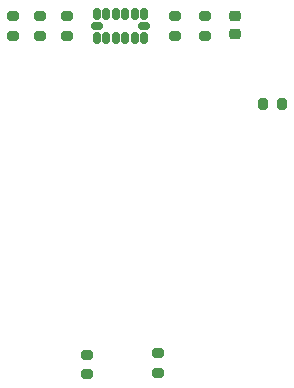
<source format=gbr>
%TF.GenerationSoftware,KiCad,Pcbnew,7.0.7*%
%TF.CreationDate,2023-10-20T20:39:32-07:00*%
%TF.ProjectId,etchascope-pcb,65746368-6173-4636-9f70-652d7063622e,rev?*%
%TF.SameCoordinates,Original*%
%TF.FileFunction,Paste,Top*%
%TF.FilePolarity,Positive*%
%FSLAX46Y46*%
G04 Gerber Fmt 4.6, Leading zero omitted, Abs format (unit mm)*
G04 Created by KiCad (PCBNEW 7.0.7) date 2023-10-20 20:39:32*
%MOMM*%
%LPD*%
G01*
G04 APERTURE LIST*
G04 Aperture macros list*
%AMRoundRect*
0 Rectangle with rounded corners*
0 $1 Rounding radius*
0 $2 $3 $4 $5 $6 $7 $8 $9 X,Y pos of 4 corners*
0 Add a 4 corners polygon primitive as box body*
4,1,4,$2,$3,$4,$5,$6,$7,$8,$9,$2,$3,0*
0 Add four circle primitives for the rounded corners*
1,1,$1+$1,$2,$3*
1,1,$1+$1,$4,$5*
1,1,$1+$1,$6,$7*
1,1,$1+$1,$8,$9*
0 Add four rect primitives between the rounded corners*
20,1,$1+$1,$2,$3,$4,$5,0*
20,1,$1+$1,$4,$5,$6,$7,0*
20,1,$1+$1,$6,$7,$8,$9,0*
20,1,$1+$1,$8,$9,$2,$3,0*%
G04 Aperture macros list end*
%ADD10RoundRect,0.200000X-0.275000X0.200000X-0.275000X-0.200000X0.275000X-0.200000X0.275000X0.200000X0*%
%ADD11RoundRect,0.200000X-0.200000X-0.275000X0.200000X-0.275000X0.200000X0.275000X-0.200000X0.275000X0*%
%ADD12RoundRect,0.200000X0.275000X-0.200000X0.275000X0.200000X-0.275000X0.200000X-0.275000X-0.200000X0*%
%ADD13RoundRect,0.225000X0.250000X-0.225000X0.250000X0.225000X-0.250000X0.225000X-0.250000X-0.225000X0*%
%ADD14RoundRect,0.150000X-0.150000X0.325000X-0.150000X-0.325000X0.150000X-0.325000X0.150000X0.325000X0*%
%ADD15RoundRect,0.150000X-0.325000X0.150000X-0.325000X-0.150000X0.325000X-0.150000X0.325000X0.150000X0*%
G04 APERTURE END LIST*
D10*
%TO.C,R4*%
X144964000Y-39545000D03*
X144964000Y-41195000D03*
%TD*%
D11*
%TO.C,R8*%
X163870500Y-46990000D03*
X165520500Y-46990000D03*
%TD*%
D10*
%TO.C,R7*%
X149000000Y-68175000D03*
X149000000Y-69825000D03*
%TD*%
%TO.C,R6*%
X155000000Y-68087500D03*
X155000000Y-69737500D03*
%TD*%
D12*
%TO.C,R5*%
X147250000Y-41195000D03*
X147250000Y-39545000D03*
%TD*%
%TO.C,R3*%
X142678000Y-41195000D03*
X142678000Y-39545000D03*
%TD*%
%TO.C,R2*%
X158934000Y-41195000D03*
X158934000Y-39545000D03*
%TD*%
%TO.C,R1*%
X156394000Y-41195000D03*
X156394000Y-39545000D03*
%TD*%
D13*
%TO.C,C1*%
X161474000Y-41041500D03*
X161474000Y-39491500D03*
%TD*%
D14*
%TO.C,U3*%
X153822000Y-39370000D03*
X153022000Y-39370000D03*
X152222000Y-39370000D03*
X151422000Y-39370000D03*
X150622000Y-39370000D03*
X149822000Y-39370000D03*
D15*
X149822000Y-40370000D03*
D14*
X149822000Y-41370000D03*
X150622000Y-41370000D03*
X151422000Y-41370000D03*
X152222000Y-41370000D03*
X153022000Y-41370000D03*
X153822000Y-41370000D03*
D15*
X153822000Y-40370000D03*
%TD*%
M02*

</source>
